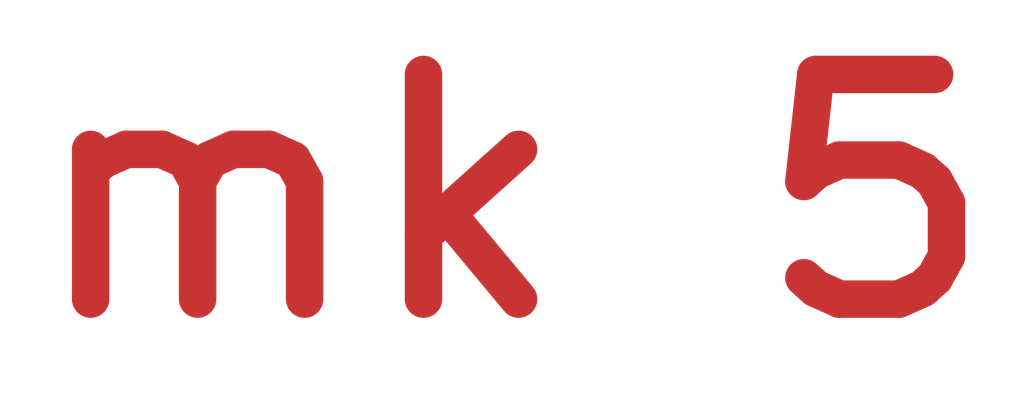
<source format=kicad_pcb>
(kicad_pcb (version 20171130) (host pcbnew 5.1.4-1.fc30)

  (general
    (thickness 1.6)
    (drawings 1)
    (tracks 0)
    (zones 0)
    (modules 0)
    (nets 1)
  )

  (page A4)
  (layers
    (0 F.Cu signal)
    (31 B.Cu signal)
    (32 B.Adhes user)
    (33 F.Adhes user)
    (34 B.Paste user)
    (35 F.Paste user)
    (36 B.SilkS user)
    (37 F.SilkS user)
    (38 B.Mask user)
    (39 F.Mask user)
    (40 Dwgs.User user)
    (41 Cmts.User user)
    (42 Eco1.User user)
    (43 Eco2.User user)
    (44 Edge.Cuts user)
    (45 Margin user)
    (46 B.CrtYd user)
    (47 F.CrtYd user)
    (48 B.Fab user)
    (49 F.Fab user)
  )

  (setup
    (last_trace_width 0.25)
    (trace_clearance 0.2)
    (zone_clearance 0.508)
    (zone_45_only no)
    (trace_min 0.2)
    (via_size 0.8)
    (via_drill 0.4)
    (via_min_size 0.4)
    (via_min_drill 0.3)
    (uvia_size 0.3)
    (uvia_drill 0.1)
    (uvias_allowed no)
    (uvia_min_size 0.2)
    (uvia_min_drill 0.1)
    (edge_width 0.05)
    (segment_width 0.2)
    (pcb_text_width 0.3)
    (pcb_text_size 1.5 1.5)
    (mod_edge_width 0.12)
    (mod_text_size 1 1)
    (mod_text_width 0.15)
    (pad_size 1.524 1.524)
    (pad_drill 0.762)
    (pad_to_mask_clearance 0.051)
    (solder_mask_min_width 0.25)
    (aux_axis_origin 0 0)
    (visible_elements FFFFFF7F)
    (pcbplotparams
      (layerselection 0x010fc_ffffffff)
      (usegerberextensions false)
      (usegerberattributes false)
      (usegerberadvancedattributes false)
      (creategerberjobfile false)
      (excludeedgelayer true)
      (linewidth 0.150000)
      (plotframeref false)
      (viasonmask false)
      (mode 1)
      (useauxorigin false)
      (hpglpennumber 1)
      (hpglpenspeed 20)
      (hpglpendiameter 15.000000)
      (psnegative false)
      (psa4output false)
      (plotreference true)
      (plotvalue true)
      (plotinvisibletext false)
      (padsonsilk false)
      (subtractmaskfromsilk false)
      (outputformat 1)
      (mirror false)
      (drillshape 1)
      (scaleselection 1)
      (outputdirectory ""))
  )

  (net 0 "")

  (net_class Default "To jest domyślna klasa połączeń."
    (clearance 0.2)
    (trace_width 0.25)
    (via_dia 0.8)
    (via_drill 0.4)
    (uvia_dia 0.3)
    (uvia_drill 0.1)
  )

  (gr_text "mk 5" (at 203.34 123.75) (layer F.Cu) (tstamp 5D9261F8)
    (effects (font (size 1.8 2) (thickness 0.3)))
  )

)

</source>
